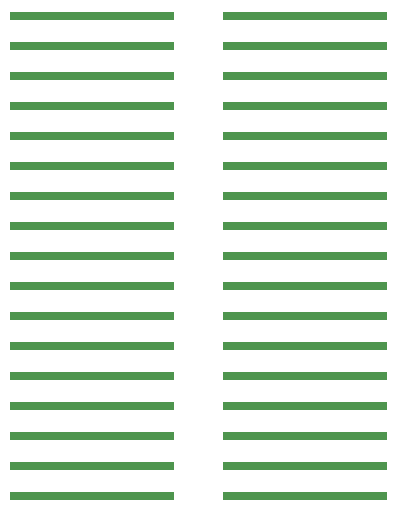
<source format=gbp>
G04*
G04 #@! TF.GenerationSoftware,Altium Limited,Altium Designer,18.1.7 (191)*
G04*
G04 Layer_Color=128*
%FSLAX44Y44*%
%MOMM*%
G71*
G01*
G75*
%ADD41R,14.0000X0.7000*%
D41*
X1107440Y965200D02*
D03*
Y939800D02*
D03*
Y914400D02*
D03*
Y889000D02*
D03*
Y863600D02*
D03*
Y838200D02*
D03*
Y812800D02*
D03*
Y787400D02*
D03*
Y762000D02*
D03*
Y736600D02*
D03*
Y711200D02*
D03*
Y685800D02*
D03*
Y660400D02*
D03*
Y635000D02*
D03*
Y609600D02*
D03*
X927100Y685800D02*
D03*
Y660400D02*
D03*
Y635000D02*
D03*
Y609600D02*
D03*
Y711200D02*
D03*
Y736600D02*
D03*
Y762000D02*
D03*
Y787400D02*
D03*
Y812800D02*
D03*
Y838200D02*
D03*
Y863600D02*
D03*
Y889000D02*
D03*
Y914400D02*
D03*
Y939800D02*
D03*
Y965200D02*
D03*
Y584200D02*
D03*
Y558800D02*
D03*
X1107440D02*
D03*
Y584200D02*
D03*
M02*

</source>
